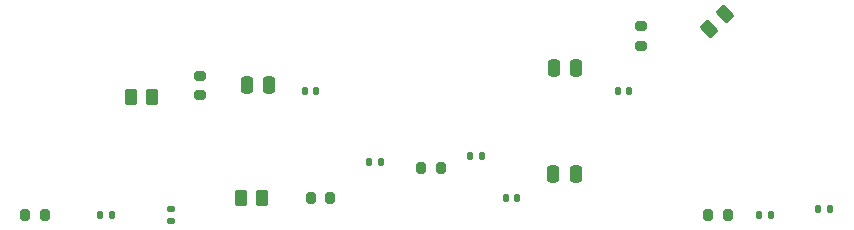
<source format=gbr>
%TF.GenerationSoftware,KiCad,Pcbnew,8.0.1*%
%TF.CreationDate,2024-03-24T13:46:44+02:00*%
%TF.ProjectId,EEE3088F Sensing Subsystem Project,45454533-3038-4384-9620-53656e73696e,rev?*%
%TF.SameCoordinates,Original*%
%TF.FileFunction,Paste,Top*%
%TF.FilePolarity,Positive*%
%FSLAX46Y46*%
G04 Gerber Fmt 4.6, Leading zero omitted, Abs format (unit mm)*
G04 Created by KiCad (PCBNEW 8.0.1) date 2024-03-24 13:46:44*
%MOMM*%
%LPD*%
G01*
G04 APERTURE LIST*
G04 Aperture macros list*
%AMRoundRect*
0 Rectangle with rounded corners*
0 $1 Rounding radius*
0 $2 $3 $4 $5 $6 $7 $8 $9 X,Y pos of 4 corners*
0 Add a 4 corners polygon primitive as box body*
4,1,4,$2,$3,$4,$5,$6,$7,$8,$9,$2,$3,0*
0 Add four circle primitives for the rounded corners*
1,1,$1+$1,$2,$3*
1,1,$1+$1,$4,$5*
1,1,$1+$1,$6,$7*
1,1,$1+$1,$8,$9*
0 Add four rect primitives between the rounded corners*
20,1,$1+$1,$2,$3,$4,$5,0*
20,1,$1+$1,$4,$5,$6,$7,0*
20,1,$1+$1,$6,$7,$8,$9,0*
20,1,$1+$1,$8,$9,$2,$3,0*%
G04 Aperture macros list end*
%ADD10RoundRect,0.250000X-0.250000X-0.475000X0.250000X-0.475000X0.250000X0.475000X-0.250000X0.475000X0*%
%ADD11RoundRect,0.250000X0.250000X0.475000X-0.250000X0.475000X-0.250000X-0.475000X0.250000X-0.475000X0*%
%ADD12RoundRect,0.250000X-0.262500X-0.450000X0.262500X-0.450000X0.262500X0.450000X-0.262500X0.450000X0*%
%ADD13RoundRect,0.250000X0.132583X-0.503814X0.503814X-0.132583X-0.132583X0.503814X-0.503814X0.132583X0*%
%ADD14RoundRect,0.140000X0.140000X0.170000X-0.140000X0.170000X-0.140000X-0.170000X0.140000X-0.170000X0*%
%ADD15RoundRect,0.135000X-0.135000X-0.185000X0.135000X-0.185000X0.135000X0.185000X-0.135000X0.185000X0*%
%ADD16RoundRect,0.135000X-0.185000X0.135000X-0.185000X-0.135000X0.185000X-0.135000X0.185000X0.135000X0*%
%ADD17RoundRect,0.135000X0.135000X0.185000X-0.135000X0.185000X-0.135000X-0.185000X0.135000X-0.185000X0*%
%ADD18RoundRect,0.200000X-0.200000X-0.275000X0.200000X-0.275000X0.200000X0.275000X-0.200000X0.275000X0*%
%ADD19RoundRect,0.200000X0.275000X-0.200000X0.275000X0.200000X-0.275000X0.200000X-0.275000X-0.200000X0*%
%ADD20RoundRect,0.140000X-0.140000X-0.170000X0.140000X-0.170000X0.140000X0.170000X-0.140000X0.170000X0*%
%ADD21RoundRect,0.200000X-0.275000X0.200000X-0.275000X-0.200000X0.275000X-0.200000X0.275000X0.200000X0*%
G04 APERTURE END LIST*
D10*
%TO.C,C1*%
X71600000Y-122500000D03*
X73500000Y-122500000D03*
%TD*%
D11*
%TO.C,C3*%
X99450000Y-130000000D03*
X97550000Y-130000000D03*
%TD*%
D10*
%TO.C,C5*%
X97600001Y-121000000D03*
X99500001Y-121000000D03*
%TD*%
D12*
%TO.C,R4*%
X61762500Y-123500000D03*
X63587500Y-123500000D03*
%TD*%
%TO.C,R9*%
X71087500Y-132000000D03*
X72912500Y-132000000D03*
%TD*%
D13*
%TO.C,R14*%
X110771402Y-117728598D03*
X112061872Y-116438128D03*
%TD*%
D14*
%TO.C,C4*%
X93540000Y-132000000D03*
X94500000Y-132000000D03*
%TD*%
D15*
%TO.C,R2*%
X59149999Y-133500000D03*
X60169997Y-133500000D03*
%TD*%
D16*
%TO.C,R3*%
X65140000Y-134009999D03*
X65140000Y-132990001D03*
%TD*%
D15*
%TO.C,R6*%
X81980001Y-129000000D03*
X82999999Y-129000000D03*
%TD*%
D17*
%TO.C,R8*%
X91509999Y-128500000D03*
X90490001Y-128500000D03*
%TD*%
D15*
%TO.C,R12*%
X114980001Y-133500000D03*
X115999999Y-133500000D03*
%TD*%
D17*
%TO.C,R13*%
X119990001Y-133000000D03*
X121009999Y-133000000D03*
%TD*%
D18*
%TO.C,R10*%
X77000000Y-132000000D03*
X78650000Y-132000000D03*
%TD*%
D19*
%TO.C,R15*%
X105000000Y-119150000D03*
X105000000Y-117500000D03*
%TD*%
D20*
%TO.C,C2*%
X77480000Y-123000000D03*
X76520000Y-123000000D03*
%TD*%
D18*
%TO.C,R1*%
X54474999Y-133500000D03*
X52824999Y-133500000D03*
%TD*%
D20*
%TO.C,C6*%
X103980000Y-123000000D03*
X103020000Y-123000000D03*
%TD*%
D21*
%TO.C,R5*%
X67649999Y-123325000D03*
X67649999Y-121675000D03*
%TD*%
D18*
%TO.C,R7*%
X86350000Y-129500000D03*
X88000000Y-129500000D03*
%TD*%
%TO.C,R11*%
X112325000Y-133500000D03*
X110675000Y-133500000D03*
%TD*%
M02*

</source>
